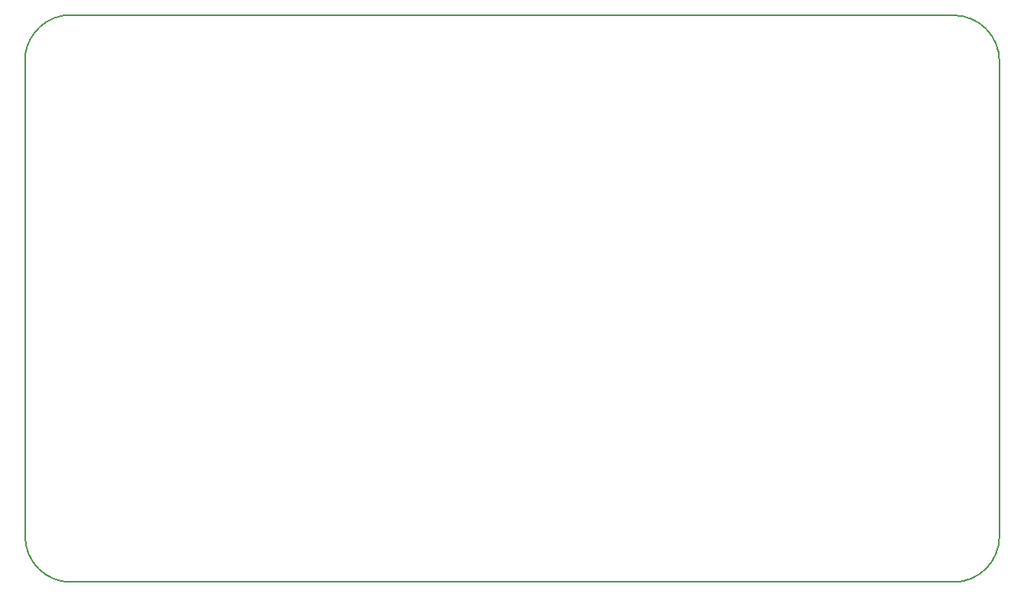
<source format=gm1>
G04 #@! TF.GenerationSoftware,KiCad,Pcbnew,(6.0.2)*
G04 #@! TF.CreationDate,2022-03-13T15:59:46+00:00*
G04 #@! TF.ProjectId,EEPROM_Programmer,45455052-4f4d-45f5-9072-6f6772616d6d,rev?*
G04 #@! TF.SameCoordinates,Original*
G04 #@! TF.FileFunction,Profile,NP*
%FSLAX46Y46*%
G04 Gerber Fmt 4.6, Leading zero omitted, Abs format (unit mm)*
G04 Created by KiCad (PCBNEW (6.0.2)) date 2022-03-13 15:59:46*
%MOMM*%
%LPD*%
G01*
G04 APERTURE LIST*
G04 #@! TA.AperFunction,Profile*
%ADD10C,0.150000*%
G04 #@! TD*
G04 APERTURE END LIST*
D10*
X206375000Y-130810000D02*
G75*
G03*
X211455000Y-125730000I0J5080000D01*
G01*
X211455000Y-73025000D02*
G75*
G03*
X206375000Y-67945000I-5080000J0D01*
G01*
X108585000Y-67905467D02*
G75*
G03*
X103505001Y-72390000I0J-5119533D01*
G01*
X103505000Y-125730000D02*
G75*
G03*
X108585000Y-130810000I5080000J0D01*
G01*
X103505000Y-125730000D02*
X103505001Y-72390000D01*
X206375000Y-130810000D02*
X108585000Y-130810000D01*
X211455000Y-73025000D02*
X211455000Y-125730000D01*
X108585000Y-67905467D02*
X206375000Y-67945000D01*
M02*

</source>
